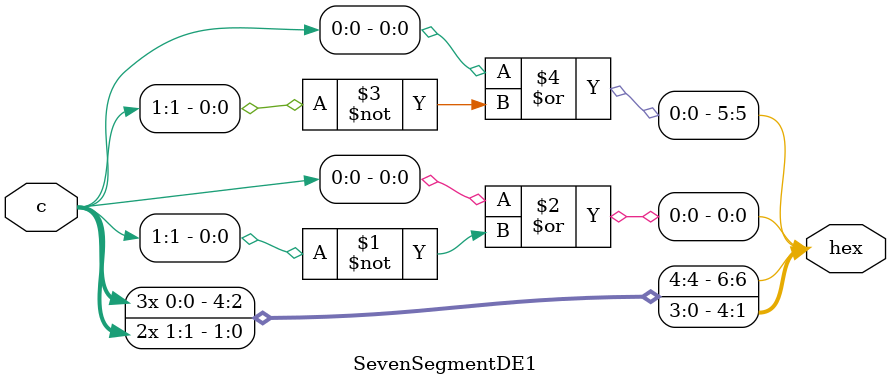
<source format=v>
module SevenSegmentDE1(
    input  [1:0] c,
    output [6:0] hex);
    
    assign hex[0] = c[0] | ~c[1];
    assign hex[1] = c[1];
    assign hex[2] = c[1];
    assign hex[3] = c[0];
    assign hex[4] = c[0];
    assign hex[5] = c[0] | ~c[1];
    assign hex[6] = c[0];
endmodule

</source>
